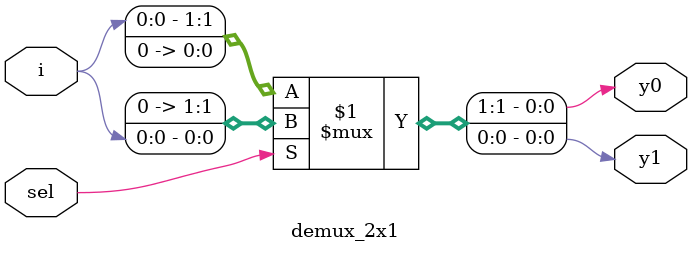
<source format=v>
`timescale 1ns / 1ps


module demux_2x1(i,sel,y0,y1);
input i,sel;
output y0,y1;

assign {y0,y1} = sel ? {1'b0,i} : {i,1'b0};

endmodule

</source>
